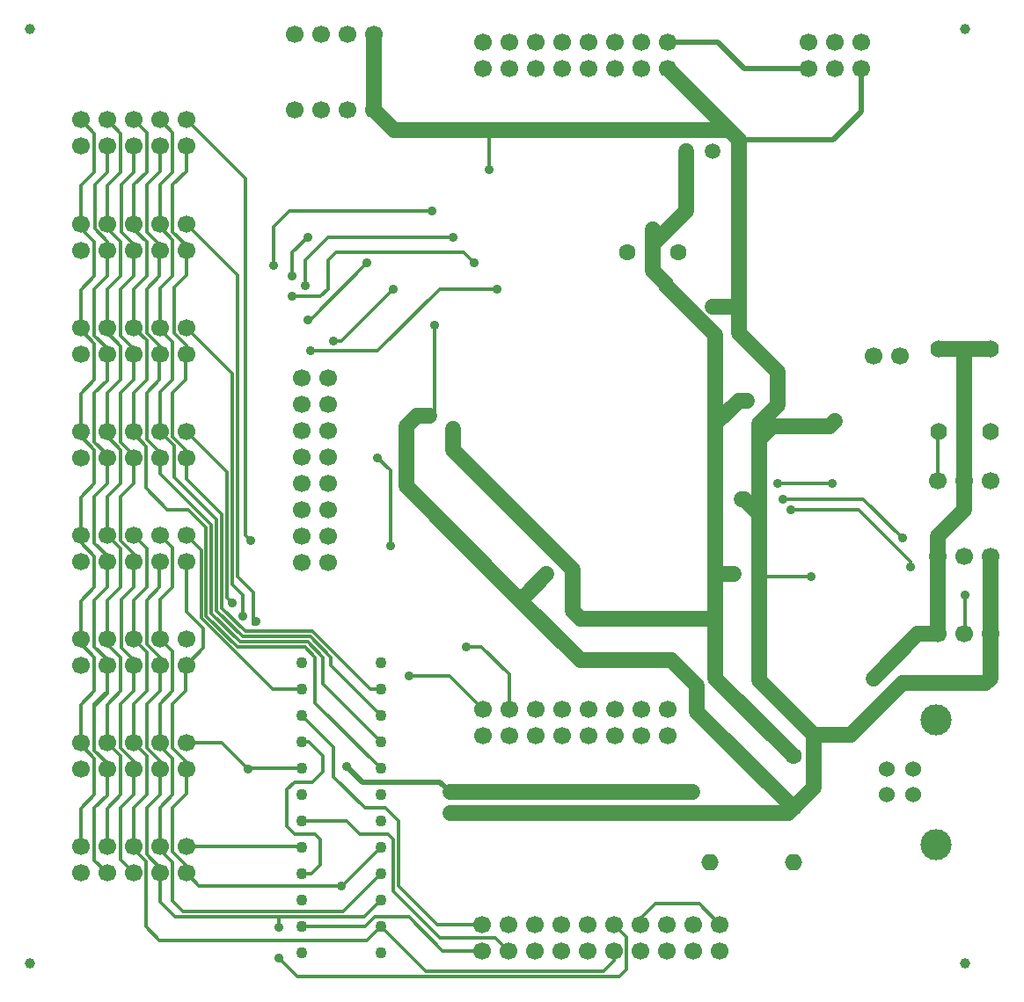
<source format=gbl>
%FSLAX25Y25*%
%MOIN*%
G70*
G01*
G75*
G04 Layer_Physical_Order=2*
G04 Layer_Color=16711680*
%ADD10R,0.04331X0.05512*%
%ADD11R,0.05512X0.04331*%
%ADD12R,0.05906X0.05000*%
%ADD13R,0.03937X0.01575*%
%ADD14R,0.04724X0.01181*%
%ADD15R,0.01181X0.04724*%
%ADD16R,0.04921X0.01181*%
%ADD17C,0.01181*%
%ADD18C,0.05906*%
%ADD19C,0.01969*%
%ADD20C,0.03937*%
%ADD21C,0.04331*%
%ADD22C,0.11811*%
%ADD23C,0.06000*%
%ADD24C,0.06693*%
%ADD25C,0.05906*%
%ADD26C,0.06299*%
%ADD27O,0.06299X0.06535*%
%ADD28O,0.06535X0.06299*%
%ADD29C,0.03937*%
%ADD30C,0.03543*%
D17*
X368110Y424213D02*
X370079Y426181D01*
Y458661D01*
X322835Y448819D02*
X348425D01*
X372047Y472441D02*
X393701D01*
X348425Y448819D02*
X372047Y472441D01*
X331693Y452756D02*
X334646D01*
X354331Y472441D01*
X321850Y460630D02*
X322835D01*
X344488Y482283D01*
X315945Y469488D02*
X326772D01*
X329724Y472441D01*
Y483268D01*
X332677Y486221D01*
X380906D01*
X384842Y482283D01*
X320866Y473622D02*
Y483268D01*
X329724Y492126D01*
X376969D01*
X315945Y477362D02*
Y486221D01*
X321850Y492126D01*
X314961Y501968D02*
X369094D01*
X309055Y496063D02*
X314961Y501968D01*
X309055Y481299D02*
Y496063D01*
X560709Y417992D02*
X561024Y418307D01*
X560709Y399606D02*
Y417992D01*
X275905Y350079D02*
Y369016D01*
Y350079D02*
X282480Y343504D01*
Y336221D02*
Y343504D01*
X275905Y329646D02*
X282480Y336221D01*
X281496Y347610D02*
X308515Y320590D01*
X319646D01*
X281496Y362205D02*
Y373425D01*
X281496Y347610D02*
Y362205D01*
X281496Y362205D02*
X281496Y362205D01*
X235906Y536496D02*
X241142Y531260D01*
Y516732D02*
Y531260D01*
X235906Y511496D02*
X241142Y516732D01*
X235906Y497126D02*
Y511496D01*
Y299696D02*
Y300276D01*
Y299696D02*
X241142Y294460D01*
Y280512D02*
Y294460D01*
X235906Y275276D02*
X241142Y280512D01*
X235906Y260906D02*
Y275276D01*
X245905Y280354D02*
Y290276D01*
X241142Y275590D02*
X245905Y280354D01*
X241142Y255669D02*
Y275590D01*
Y297244D02*
Y313976D01*
Y297244D02*
X245905Y292480D01*
Y290276D02*
Y292480D01*
X235906Y337913D02*
Y339646D01*
Y337913D02*
X241142Y332677D01*
Y319882D02*
Y332677D01*
X235906Y314646D02*
X241142Y319882D01*
X235906Y300276D02*
Y314646D01*
X241142Y313976D02*
Y314961D01*
X245079Y318898D01*
X246063D01*
X241142Y313976D02*
X246063Y318898D01*
X245905Y329646D02*
X246063Y329488D01*
Y318898D02*
Y329488D01*
X241142Y336614D02*
Y354331D01*
Y336614D02*
X245905Y331850D01*
Y329646D02*
Y331850D01*
X493110Y360236D02*
X496063Y363189D01*
X512795D01*
X275905Y477677D02*
Y487126D01*
X271181Y472953D02*
X275905Y477677D01*
X271181Y455799D02*
Y472953D01*
Y455799D02*
X275905Y451075D01*
Y447756D02*
Y451075D01*
X389764Y532717D02*
X390748Y531732D01*
Y517717D02*
Y531732D01*
X319646Y300590D02*
X322441D01*
X327756Y295276D01*
Y289370D02*
Y295276D01*
X323819Y285433D02*
X327756Y289370D01*
X316929Y285433D02*
X323819D01*
X313976Y282480D02*
X316929Y285433D01*
X313976Y268701D02*
Y282480D01*
Y268701D02*
X316929Y265748D01*
X324803D01*
X326772Y263779D01*
Y253937D02*
Y263779D01*
X323425Y250590D02*
X326772Y253937D01*
X319646Y250590D02*
X323425D01*
X341535Y265748D02*
X352362D01*
X336693Y270590D02*
X341535Y265748D01*
X319646Y270590D02*
X336693D01*
X375512Y325787D02*
X388228Y313071D01*
X360236Y325787D02*
X375512D01*
X398228Y313071D02*
Y326181D01*
X387795Y336614D02*
X398228Y326181D01*
X381890Y336614D02*
X387795D01*
X470276Y239173D02*
X478071Y231378D01*
X453740Y239173D02*
X470276D01*
X448071Y233504D02*
X453740Y239173D01*
X448071Y231378D02*
Y233504D01*
X348425Y408465D02*
X353346Y403543D01*
Y375000D02*
Y403543D01*
X504920Y388779D02*
X530513D01*
X532480Y392717D02*
X547244Y377953D01*
X501968Y392717D02*
X532480D01*
X500000Y398622D02*
X520669D01*
X570709Y341535D02*
X570866Y341693D01*
Y356299D01*
X550197Y367126D02*
Y369094D01*
X530513Y388779D02*
X550197Y369094D01*
X311024Y234252D02*
X343307D01*
X271654D02*
X311024D01*
X442795Y214449D02*
Y226654D01*
X311024Y230315D02*
Y234252D01*
Y218504D02*
X317913Y211614D01*
X439961D01*
X442795Y214449D01*
X438071Y231378D02*
X442795Y226654D01*
X349646Y230591D02*
X366653Y213583D01*
X434055D01*
X438071Y217598D01*
Y221378D01*
X334646Y246063D02*
X335118D01*
X280748D02*
X334646D01*
X319646Y310591D02*
X331693Y298543D01*
Y287402D02*
Y298543D01*
Y287402D02*
X343504Y275590D01*
X351378D01*
X356299Y270669D01*
Y246063D02*
Y270669D01*
Y246063D02*
X370984Y231378D01*
X388071D01*
X352362Y265748D02*
X354331Y263779D01*
Y244094D02*
Y263779D01*
Y244094D02*
X372047Y226378D01*
X393071D01*
X398071Y221378D01*
X373110D02*
X388071D01*
X360236Y234252D02*
X373110Y221378D01*
X347441Y234252D02*
X360236D01*
X343779Y230591D02*
X347441Y234252D01*
X319646Y230591D02*
X343779D01*
X241142Y255669D02*
X245905Y250905D01*
X250984Y314961D02*
X255906Y319882D01*
Y329646D01*
Y300276D02*
Y314961D01*
X260827Y319882D01*
Y334724D01*
X255906Y339646D02*
X260827Y334724D01*
X245905Y300276D02*
Y314803D01*
X250984Y319882D01*
X260827Y314961D02*
X265905Y320039D01*
Y329646D01*
Y300276D02*
Y315118D01*
X270669Y319882D01*
Y334882D01*
X265905Y339646D02*
X270669Y334882D01*
Y314961D02*
X275590Y319882D01*
Y329331D01*
X275905Y329646D01*
X245905Y339646D02*
Y354173D01*
X250984Y359252D01*
Y373937D01*
X245905Y379016D02*
X250984Y373937D01*
X255906Y359252D02*
Y369016D01*
Y339646D02*
Y354331D01*
X245905Y260906D02*
Y275433D01*
X250984Y280512D01*
Y255827D02*
X255906Y250905D01*
X250984Y255827D02*
Y275590D01*
X255906Y280512D01*
Y290276D01*
Y260906D02*
Y275590D01*
X260827Y280512D01*
Y275590D02*
X265905Y280669D01*
Y290276D01*
Y260906D02*
Y275748D01*
X270669Y280512D01*
X275905Y280827D02*
Y290276D01*
X255906D02*
Y293307D01*
X250984Y298228D02*
X255906Y293307D01*
X250984Y298228D02*
Y314961D01*
X265905Y290276D02*
Y293150D01*
X260827Y298228D02*
X265905Y293150D01*
X260827Y298228D02*
Y314961D01*
X275905Y290276D02*
Y292992D01*
X270669Y298228D02*
X275905Y292992D01*
X270669Y298228D02*
Y314961D01*
X255906Y300276D02*
X260827Y295354D01*
Y280512D02*
Y295354D01*
X245905Y300276D02*
X250984Y295197D01*
Y280512D02*
Y295197D01*
X255906Y354331D02*
X260827Y359252D01*
Y374095D01*
X255906Y379016D02*
X260827Y374095D01*
X265905Y329646D02*
Y332520D01*
X260827Y337598D02*
X265905Y332520D01*
X260827Y337598D02*
Y354331D01*
X265748Y359252D01*
Y368858D01*
X265905Y369016D01*
Y339646D02*
Y354488D01*
X270669Y359252D01*
Y374252D01*
X265905Y379016D02*
X270669Y374252D01*
X245905Y379016D02*
Y393543D01*
X250984Y398622D01*
X255906Y369016D02*
Y372047D01*
X250984Y376969D02*
X255906Y372047D01*
X250984Y376969D02*
Y393701D01*
X255906Y398622D01*
Y408386D01*
X241142Y393701D02*
X246063Y398622D01*
Y408228D01*
X245905Y408386D02*
Y408386D01*
Y408386D02*
X246063Y408228D01*
X235906Y379016D02*
Y393386D01*
X241142Y398622D01*
Y354331D02*
X246063Y359252D01*
Y368858D01*
X245905Y369016D02*
Y369016D01*
Y369016D02*
X246063Y368858D01*
X235906Y339646D02*
Y354016D01*
X241142Y359252D01*
Y375984D02*
Y393701D01*
Y375984D02*
X245905Y371220D01*
Y369016D02*
Y371220D01*
X235906Y418386D02*
Y432756D01*
X241142Y437992D01*
X246063Y437732D02*
Y447598D01*
X245905Y447756D02*
X246063Y447598D01*
X245905Y418386D02*
Y432913D01*
X250984Y437992D01*
Y433071D02*
X255906Y437992D01*
Y447756D01*
Y418386D02*
Y433071D01*
X260827Y437992D01*
Y452835D01*
X255906Y457756D02*
X260827Y452835D01*
Y433071D02*
X265748Y437992D01*
Y447598D01*
X265905Y447756D01*
Y418386D02*
Y433228D01*
Y457024D02*
X270539Y452390D01*
X265905Y457024D02*
Y457756D01*
X270669Y433071D02*
X275590Y437992D01*
Y447441D01*
X275905Y447756D01*
X235906Y457756D02*
Y472126D01*
X241142Y477362D01*
X246063D02*
Y486969D01*
X245905Y487126D02*
X246063Y486969D01*
X245905Y457756D02*
Y472284D01*
X250984Y477362D01*
X255906D02*
Y487126D01*
Y457756D02*
Y472441D01*
X260827Y477362D01*
X265905Y447756D02*
Y450630D01*
X260827Y455709D02*
X265905Y450630D01*
X260827Y455709D02*
Y472441D01*
X265748Y477362D01*
Y486969D01*
X265905Y487126D01*
Y457756D02*
Y472598D01*
X270669Y477362D01*
X245905Y497126D02*
Y511654D01*
X250984Y516732D01*
Y531417D01*
X245905Y536496D02*
X250984Y531417D01*
X245905Y516575D02*
Y526496D01*
X255906Y516732D02*
Y526496D01*
Y497126D02*
Y511811D01*
X260827Y516732D01*
Y531575D01*
X255906Y536496D02*
X260827Y531575D01*
X265905Y516890D02*
Y526496D01*
Y497126D02*
Y511969D01*
X270669Y516732D01*
Y531732D01*
X265905Y536496D02*
X270669Y531732D01*
Y511811D02*
X275905Y517047D01*
Y526496D01*
X265748Y225394D02*
X344449D01*
X349646Y230591D01*
X265905Y240000D02*
Y250905D01*
Y240000D02*
X271654Y234252D01*
X343307D02*
X349646Y240591D01*
X335276Y236221D02*
X349646Y250590D01*
X335118Y246063D02*
X349646Y260591D01*
X275905Y250905D02*
X280748Y246063D01*
X275905Y260906D02*
X319331D01*
X319646Y260591D01*
X275905Y300276D02*
X289291D01*
X298976Y290591D01*
X260539Y396941D02*
X268701Y388779D01*
X276575D01*
X265905Y402402D02*
Y408386D01*
X275905Y400276D02*
Y408386D01*
X330709Y329528D02*
X349646Y310591D01*
X327756Y322480D02*
X349646Y300590D01*
X324803Y315433D02*
X349646Y290591D01*
X283465Y348425D02*
Y381890D01*
Y348425D02*
X295276Y336614D01*
X320866D01*
X324803Y332677D01*
X276575Y388779D02*
X283465Y381890D01*
X324803Y315433D02*
Y332677D01*
X285433Y349410D02*
Y382874D01*
Y349410D02*
X296260Y338583D01*
X321850D01*
X327756Y332677D01*
X265905Y402402D02*
X285433Y382874D01*
X327756Y322480D02*
Y332677D01*
X287402Y350394D02*
Y384842D01*
Y350394D02*
X297244Y340551D01*
X322835D01*
X330709Y332677D01*
Y329528D02*
Y332677D01*
X289370Y351378D02*
Y386811D01*
Y351378D02*
X298228Y342520D01*
X323819D01*
X345748Y320590D01*
X349646D01*
X275905Y400276D02*
X289370Y386811D01*
X275905Y418386D02*
X291339Y402953D01*
Y355315D02*
Y402953D01*
Y355315D02*
X293307Y353346D01*
X275905Y379016D02*
X281496Y373425D01*
X250984Y437992D02*
Y450787D01*
X245905Y455866D02*
X250984Y450787D01*
X245905Y455866D02*
Y457756D01*
X235906Y457008D02*
X241142Y451772D01*
X235906Y457008D02*
Y457756D01*
X241142Y437992D02*
Y451772D01*
X245905Y447756D02*
Y449961D01*
X241142Y454724D02*
X245905Y449961D01*
X241142Y472441D02*
X246063Y477362D01*
X241142Y454724D02*
Y472441D01*
X255906Y447756D02*
Y449803D01*
X250984Y454724D02*
X255906Y449803D01*
X250984Y454724D02*
Y472441D01*
X255906Y477362D01*
X270539Y449894D02*
X270630Y449803D01*
X265905Y433228D02*
X270630Y437953D01*
X270539Y449894D02*
Y452390D01*
X270630Y437953D02*
Y449803D01*
X241142Y477362D02*
Y490158D01*
X235906Y495394D02*
X241142Y490158D01*
X235906Y495394D02*
Y497126D01*
X250984Y477362D02*
Y490158D01*
X245905Y495236D02*
X250984Y490158D01*
X245905Y495236D02*
Y497126D01*
X255906Y487126D02*
Y489173D01*
X251181Y493898D02*
X255906Y489173D01*
X251181Y493898D02*
Y512008D01*
X255906Y516732D01*
X245905Y487126D02*
Y490445D01*
X241181Y495169D02*
X245905Y490445D01*
X241181Y495169D02*
Y511850D01*
X245905Y516575D01*
X255906Y495079D02*
X260827Y490158D01*
X255906Y495079D02*
Y497126D01*
X260827Y477362D02*
Y490158D01*
X265905Y487126D02*
Y489016D01*
X260827Y494095D02*
X265905Y489016D01*
X260827Y494095D02*
Y511811D01*
X265905Y516890D01*
X270669Y477362D02*
Y491142D01*
X265905Y495905D02*
X270669Y491142D01*
X265905Y495905D02*
Y497126D01*
X275905Y487126D02*
Y488858D01*
X270669Y494095D02*
X275905Y488858D01*
X270669Y494095D02*
Y511811D01*
X241142Y398622D02*
Y411417D01*
X235906Y416653D02*
X241142Y411417D01*
X235906Y416653D02*
Y418386D01*
X245905Y408386D02*
Y409606D01*
X241142Y414370D02*
X245905Y409606D01*
X241142Y414370D02*
Y432811D01*
X246063Y437732D01*
X245905Y416496D02*
X250984Y411417D01*
X245905Y416496D02*
Y418386D01*
X250984Y398622D02*
Y411417D01*
X255906Y408386D02*
Y409449D01*
X250984Y414370D02*
X255906Y409449D01*
X250984Y414370D02*
Y433071D01*
X265905Y408386D02*
Y410276D01*
X260827Y415354D02*
X265905Y410276D01*
X260827Y415354D02*
Y433071D01*
X260539Y399606D02*
X260630Y399697D01*
Y412767D01*
X255906Y417492D02*
X260630Y412767D01*
X255906Y417492D02*
Y418386D01*
X260539Y396941D02*
Y399606D01*
X275905Y408386D02*
Y411102D01*
X270669Y416339D02*
X275905Y411102D01*
X270669Y416339D02*
Y433071D01*
X265905Y418319D02*
X271181Y413043D01*
X265905Y418319D02*
Y418386D01*
X271181Y401063D02*
Y413043D01*
Y401063D02*
X287402Y384842D01*
X235906Y376299D02*
X241142Y371063D01*
Y359252D02*
Y371063D01*
X235906Y376299D02*
Y379016D01*
X245905Y337756D02*
X250984Y332677D01*
X245905Y337756D02*
Y339646D01*
X250984Y319882D02*
Y332677D01*
X255906Y329646D02*
Y331693D01*
X251181Y341693D02*
X251272Y341784D01*
X251181Y336417D02*
Y341693D01*
X251272Y341784D02*
Y354618D01*
X251181Y336417D02*
X255906Y331693D01*
X251272Y354618D02*
X255906Y359252D01*
X270669Y280512D02*
Y294291D01*
X265905Y299055D02*
X270669Y294291D01*
X265905Y299055D02*
Y300276D01*
X275905Y250905D02*
Y253689D01*
X270669Y258926D02*
X275905Y253689D01*
X270669Y258926D02*
Y275590D01*
X275905Y280827D01*
X265905Y259685D02*
Y260906D01*
X270669Y240158D02*
Y254921D01*
X265905Y259685D02*
X270669Y254921D01*
X265905Y250905D02*
Y252795D01*
X260827Y257874D02*
X265905Y252795D01*
X260827Y257874D02*
Y275590D01*
X260539Y230602D02*
Y248858D01*
X260630Y248949D01*
Y255287D01*
X255906Y260011D02*
X260630Y255287D01*
X255906Y260011D02*
Y260906D01*
X260539Y230602D02*
X265748Y225394D01*
X274606Y236221D02*
X335276D01*
X270669Y240158D02*
X274606Y236221D01*
X275905Y457756D02*
X293307Y440354D01*
Y360236D02*
Y440354D01*
Y360236D02*
X297244Y356299D01*
Y348425D02*
Y356299D01*
X299213Y290591D02*
X319646D01*
X275905Y497126D02*
X295276Y477756D01*
Y363189D02*
Y477756D01*
Y363189D02*
X301181Y357283D01*
Y345472D02*
X302165Y346457D01*
X301181D02*
Y357283D01*
X275905Y536496D02*
X298228Y514173D01*
Y378937D02*
Y514173D01*
Y378937D02*
X300197Y376969D01*
D18*
X389764Y532717D02*
X481535D01*
X354567D02*
X389764D01*
X481535D02*
X485394Y528858D01*
X458228Y556024D02*
X481535Y532717D01*
X346929Y540354D02*
Y568898D01*
Y540354D02*
X354567Y532717D01*
X485394Y465551D02*
Y524606D01*
Y455551D02*
Y465551D01*
X475394D02*
X485394D01*
Y455551D02*
X500000Y440945D01*
X570551Y449803D02*
X570709Y449646D01*
X561024Y449803D02*
X570551D01*
X570866D02*
X580709D01*
X570709Y449646D02*
X570866Y449803D01*
X570709Y399606D02*
Y449646D01*
Y388622D02*
Y399606D01*
X560709Y378622D02*
X570709Y388622D01*
X560709Y371063D02*
Y378622D01*
X519685Y420276D02*
X521654Y422244D01*
X504921Y420276D02*
X519685D01*
X452756Y489173D02*
X465394Y501811D01*
X452756Y489173D02*
Y495079D01*
X465394Y501811D02*
Y524606D01*
X452756Y479331D02*
Y489173D01*
X485394Y524606D02*
Y528858D01*
X560709Y341535D02*
Y371063D01*
X553150Y341535D02*
X560709D01*
X536417Y324803D02*
X553150Y341535D01*
X493110Y360236D02*
Y386811D01*
Y323819D02*
Y360236D01*
X580709Y341535D02*
Y371063D01*
Y324803D02*
Y341535D01*
X578740Y322835D02*
X580709Y324803D01*
X547244Y322835D02*
X578740D01*
X527559Y303150D02*
X547244Y322835D01*
X513779Y303150D02*
X527559D01*
X452756Y479331D02*
X457677Y474409D01*
Y473803D02*
Y474409D01*
Y473803D02*
X476378Y455102D01*
Y421260D02*
Y455102D01*
X376968Y411418D02*
X422244Y366142D01*
X376968Y411418D02*
Y419290D01*
X422244Y356299D02*
Y366142D01*
Y350394D02*
Y356299D01*
X401083Y355807D02*
X425197Y331693D01*
X359252Y397638D02*
X401083Y355807D01*
X404035D02*
X412402Y364173D01*
X401083Y355807D02*
X404035D01*
X363189Y424213D02*
X368110D01*
X359252Y420276D02*
X363189Y424213D01*
X359252Y397638D02*
Y420276D01*
X425197Y331693D02*
X459646D01*
X469488Y321850D01*
Y312008D02*
Y321850D01*
Y312008D02*
X505905Y275590D01*
X500000Y428150D02*
Y440945D01*
X493110Y421260D02*
X500000Y428150D01*
X493110Y415354D02*
Y421260D01*
X476378Y347441D02*
Y364173D01*
Y324803D02*
Y347441D01*
X422244Y350394D02*
X425197Y347441D01*
X476378D01*
X498032Y420276D02*
X504921D01*
X493110Y415354D02*
X498032Y420276D01*
X493110Y386811D02*
Y415354D01*
X486221Y392717D02*
X487205D01*
X493110Y386811D01*
Y323819D02*
X513779Y303150D01*
Y283465D02*
Y303150D01*
X505905Y275590D02*
X513779Y283465D01*
X485236Y430118D02*
X488189D01*
X476378Y421260D02*
X485236Y430118D01*
X476378Y364173D02*
Y421260D01*
Y364173D02*
X483268D01*
X476378Y324803D02*
X505905Y295276D01*
X375984Y281496D02*
X467520D01*
X503937Y273622D02*
X505905Y275590D01*
X375984Y273622D02*
X503937D01*
D19*
X458228Y566024D02*
X477283D01*
X487284Y556024D01*
X511654D01*
X531653Y539528D02*
Y556024D01*
X520984Y528858D02*
X531653Y539528D01*
X485394Y528858D02*
X520984D01*
X336614Y291339D02*
X342520Y285433D01*
X372047D01*
X375984Y281496D01*
D21*
Y273622D02*
D03*
Y281496D02*
D03*
X319646Y330591D02*
D03*
Y320590D02*
D03*
Y310591D02*
D03*
Y300590D02*
D03*
Y290591D02*
D03*
Y280591D02*
D03*
Y270590D02*
D03*
Y260591D02*
D03*
Y250590D02*
D03*
Y240591D02*
D03*
Y230591D02*
D03*
Y220590D02*
D03*
X349646D02*
D03*
Y230591D02*
D03*
Y240591D02*
D03*
Y250590D02*
D03*
Y260591D02*
D03*
Y270590D02*
D03*
Y280591D02*
D03*
Y290591D02*
D03*
Y300590D02*
D03*
Y310591D02*
D03*
Y320590D02*
D03*
Y330591D02*
D03*
D22*
X559882Y309134D02*
D03*
Y261732D02*
D03*
D23*
X551181Y290354D02*
D03*
X541339D02*
D03*
Y280512D02*
D03*
X551181D02*
D03*
D24*
X580709Y341535D02*
D03*
X570709D02*
D03*
X560709D02*
D03*
X580709Y371063D02*
D03*
X570709D02*
D03*
X560709D02*
D03*
X580709Y399606D02*
D03*
X570709D02*
D03*
X560709D02*
D03*
X546339Y446850D02*
D03*
X536339D02*
D03*
X531653Y556024D02*
D03*
X521654D02*
D03*
X511654D02*
D03*
Y566024D02*
D03*
X521654D02*
D03*
X531653D02*
D03*
X458228D02*
D03*
X448228D02*
D03*
X438228D02*
D03*
X428228D02*
D03*
X418228D02*
D03*
Y556024D02*
D03*
X428228D02*
D03*
X438228D02*
D03*
X448228D02*
D03*
X458228D02*
D03*
X408228D02*
D03*
X398228D02*
D03*
X388228D02*
D03*
Y566024D02*
D03*
X398228D02*
D03*
X408228D02*
D03*
X346929Y568898D02*
D03*
X336929D02*
D03*
X326929D02*
D03*
X316929D02*
D03*
X346929Y540354D02*
D03*
X336929D02*
D03*
X326929D02*
D03*
X316929D02*
D03*
X275905Y250905D02*
D03*
X265905D02*
D03*
X255906D02*
D03*
X245905D02*
D03*
X235906D02*
D03*
Y260906D02*
D03*
X245905D02*
D03*
X255906D02*
D03*
X265905D02*
D03*
X275905D02*
D03*
Y290276D02*
D03*
X265905D02*
D03*
X255906D02*
D03*
X245905D02*
D03*
X235906D02*
D03*
Y300276D02*
D03*
X245905D02*
D03*
X255906D02*
D03*
X265905D02*
D03*
X275905D02*
D03*
Y329646D02*
D03*
X265905D02*
D03*
X255906D02*
D03*
X245905D02*
D03*
X235906D02*
D03*
Y339646D02*
D03*
X245905D02*
D03*
X255906D02*
D03*
X265905D02*
D03*
X275905D02*
D03*
Y369016D02*
D03*
X265905D02*
D03*
X255906D02*
D03*
X245905D02*
D03*
X235906D02*
D03*
Y379016D02*
D03*
X245905D02*
D03*
X255906D02*
D03*
X265905D02*
D03*
X275905D02*
D03*
Y408386D02*
D03*
X265905D02*
D03*
X255906D02*
D03*
X245905D02*
D03*
X235906D02*
D03*
Y418386D02*
D03*
X245905D02*
D03*
X255906D02*
D03*
X265905D02*
D03*
X275905D02*
D03*
Y447756D02*
D03*
X265905D02*
D03*
X255906D02*
D03*
X245905D02*
D03*
X235906D02*
D03*
Y457756D02*
D03*
X245905D02*
D03*
X255906D02*
D03*
X265905D02*
D03*
X275905D02*
D03*
Y487126D02*
D03*
X265905D02*
D03*
X255906D02*
D03*
X245905D02*
D03*
X235906D02*
D03*
Y497126D02*
D03*
X245905D02*
D03*
X255906D02*
D03*
X265905D02*
D03*
X275905D02*
D03*
Y526496D02*
D03*
X265905D02*
D03*
X255906D02*
D03*
X245905D02*
D03*
X235906D02*
D03*
Y536496D02*
D03*
X245905D02*
D03*
X255906D02*
D03*
X265905D02*
D03*
X275905D02*
D03*
X478071Y231378D02*
D03*
X468071D02*
D03*
X458071D02*
D03*
X448071D02*
D03*
X438071D02*
D03*
Y221378D02*
D03*
X448071D02*
D03*
X458071D02*
D03*
X468071D02*
D03*
X478071D02*
D03*
X428071D02*
D03*
X418071D02*
D03*
X408071D02*
D03*
X398071D02*
D03*
X388071D02*
D03*
Y231378D02*
D03*
X398071D02*
D03*
X408071D02*
D03*
X418071D02*
D03*
X428071D02*
D03*
X319803Y438543D02*
D03*
Y428543D02*
D03*
Y418543D02*
D03*
Y408543D02*
D03*
Y398543D02*
D03*
X329803D02*
D03*
Y408543D02*
D03*
Y418543D02*
D03*
Y428543D02*
D03*
Y438543D02*
D03*
Y388543D02*
D03*
Y378543D02*
D03*
Y368543D02*
D03*
X319803D02*
D03*
Y378543D02*
D03*
Y388543D02*
D03*
X458228Y313071D02*
D03*
X448228D02*
D03*
X438228D02*
D03*
X428228D02*
D03*
X418228D02*
D03*
Y303071D02*
D03*
X428228D02*
D03*
X438228D02*
D03*
X448228D02*
D03*
X458228D02*
D03*
X408228D02*
D03*
X398228D02*
D03*
X388228D02*
D03*
Y313071D02*
D03*
X398228D02*
D03*
X408228D02*
D03*
D25*
X485394Y524606D02*
D03*
X475394D02*
D03*
X465394D02*
D03*
D26*
X462362Y486221D02*
D03*
X443150D02*
D03*
X505905Y295276D02*
D03*
Y275590D02*
D03*
D27*
X561024Y418307D02*
D03*
Y449803D02*
D03*
X580709Y418307D02*
D03*
Y449803D02*
D03*
D28*
X505905Y254921D02*
D03*
X474409D02*
D03*
D29*
X216535Y216535D02*
D03*
Y570866D02*
D03*
X570866D02*
D03*
Y216535D02*
D03*
D30*
X370079Y458661D02*
D03*
X322835Y448819D02*
D03*
X393701Y472441D02*
D03*
X331693Y452756D02*
D03*
X354331Y472441D02*
D03*
X321850Y460630D02*
D03*
X315945Y469488D02*
D03*
X384842Y482283D02*
D03*
X344488D02*
D03*
X320866Y473622D02*
D03*
X376969Y492126D02*
D03*
X315945Y477362D02*
D03*
X321850Y492126D02*
D03*
X309055Y481299D02*
D03*
X369094Y501968D02*
D03*
X512795Y363189D02*
D03*
X390748Y517717D02*
D03*
X336614Y291339D02*
D03*
X360236Y325787D02*
D03*
X381890Y336614D02*
D03*
X348425Y408465D02*
D03*
X353346Y375000D02*
D03*
X504920Y388779D02*
D03*
X501968Y392717D02*
D03*
X520669Y398622D02*
D03*
X570866Y356299D02*
D03*
X547244Y377953D02*
D03*
X550197Y367126D02*
D03*
X521654Y422244D02*
D03*
X500000Y398622D02*
D03*
X536417Y324803D02*
D03*
X412402Y364173D02*
D03*
X368110Y424213D02*
D03*
X467520Y281496D02*
D03*
X475394Y465551D02*
D03*
X452756Y495079D02*
D03*
X457677Y474409D02*
D03*
X422244Y356299D02*
D03*
X504921Y420276D02*
D03*
X486221Y392717D02*
D03*
X488189Y430118D02*
D03*
X483268Y364173D02*
D03*
X311024Y230315D02*
D03*
Y218504D02*
D03*
X334646Y246063D02*
D03*
X293307Y353346D02*
D03*
X297244Y348425D02*
D03*
X299213Y290354D02*
D03*
X302165Y346457D02*
D03*
X300197Y376969D02*
D03*
X376968Y419290D02*
D03*
M02*

</source>
